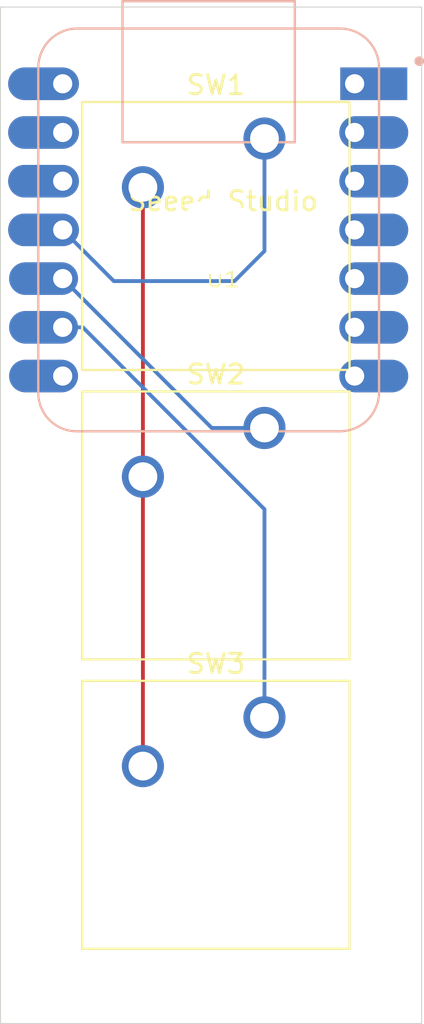
<source format=kicad_pcb>
(kicad_pcb (version 20241229) (generator "pcbnew") (generator_version "9.0")
  (layers (0 "F.Cu" signal) (2 "B.Cu" signal) (13 "F.Paste" user) (15 "B.Paste" user) (5 "F.SilkS" user "F.Silkscreen") (7 "B.SilkS" user "B.Silkscreen") (1 "F.Mask" user) (3 "B.Mask" user) (25 "Edge.Cuts" user))
  (net 0 "")
  (net 1 "Net-(U1-PA6_A10_D10_MOSI)")
  (net 2 "GND")
  (net 3 "Net-(U1-PA5_A9_D9_MISO)")
  (net 4 "Net-(U1-PA7_A8_D8_SCK)")
  (footprint "Button_Switch_Keyboard:SW_Cherry_MX_1.00u_PCB" (layer "F.Cu") (at 133.79 88.85747)
    (property "Reference" "SW1" (at -2.54 -2.794 0) (layer "F.SilkS"))
    (property "Value" "SW_Push")
    (fp_line (start -9.525 -1.905) (end 4.445 -1.905) (stroke (width 0.12)) (layer "F.SilkS"))
    (fp_line (start -9.525 12.065) (end -9.525 -1.905) (stroke (width 0.12)) (layer "F.SilkS"))
    (fp_line (start 4.445 -1.905) (end 4.445 12.065) (stroke (width 0.12)) (layer "F.SilkS"))
    (fp_line (start 4.445 12.065) (end -9.525 12.065) (stroke (width 0.12)) (layer "F.SilkS"))
    (pad "" np_thru_hole circle (at -7.62 5.08) (size 1.7 1.7) (drill 1.7) (layers "*.Cu" "*.Mask"))
    (pad "" np_thru_hole circle (at -2.54 5.08) (size 4 4) (drill 4) (layers "*.Cu" "*.Mask"))
    (pad "" np_thru_hole circle (at 2.54 5.08) (size 1.7 1.7) (drill 1.7) (layers "*.Cu" "*.Mask"))
    (pad "1" thru_hole circle (at 0 0) (size 2.2 2.2) (drill 1.5) (layers "*.Cu" "*.Mask") (net 1 "Net-(U1-PA6_A10_D10_MOSI)"))
    (pad "2" thru_hole circle (at -6.35 2.54) (size 2.2 2.2) (drill 1.5) (layers "*.Cu" "*.Mask") (net 2 "GND"))
  )
  (footprint "Button_Switch_Keyboard:SW_Cherry_MX_1.00u_PCB" (layer "F.Cu") (at 133.79 103.94747)
    (property "Reference" "SW2" (at -2.54 -2.794 0) (layer "F.SilkS"))
    (property "Value" "SW_Push")
    (fp_line (start -9.525 -1.905) (end 4.445 -1.905) (stroke (width 0.12)) (layer "F.SilkS"))
    (fp_line (start -9.525 12.065) (end -9.525 -1.905) (stroke (width 0.12)) (layer "F.SilkS"))
    (fp_line (start 4.445 -1.905) (end 4.445 12.065) (stroke (width 0.12)) (layer "F.SilkS"))
    (fp_line (start 4.445 12.065) (end -9.525 12.065) (stroke (width 0.12)) (layer "F.SilkS"))
    (pad "" np_thru_hole circle (at -7.62 5.08) (size 1.7 1.7) (drill 1.7) (layers "*.Cu" "*.Mask"))
    (pad "" np_thru_hole circle (at -2.54 5.08) (size 4 4) (drill 4) (layers "*.Cu" "*.Mask"))
    (pad "" np_thru_hole circle (at 2.54 5.08) (size 1.7 1.7) (drill 1.7) (layers "*.Cu" "*.Mask"))
    (pad "1" thru_hole circle (at 0 0) (size 2.2 2.2) (drill 1.5) (layers "*.Cu" "*.Mask") (net 3 "Net-(U1-PA5_A9_D9_MISO)"))
    (pad "2" thru_hole circle (at -6.35 2.54) (size 2.2 2.2) (drill 1.5) (layers "*.Cu" "*.Mask") (net 2 "GND"))
  )
  (footprint "Button_Switch_Keyboard:SW_Cherry_MX_1.00u_PCB" (layer "F.Cu") (at 133.79 119.03747)
    (property "Reference" "SW3" (at -2.54 -2.794 0) (layer "F.SilkS"))
    (property "Value" "SW_Push")
    (fp_line (start -9.525 -1.905) (end 4.445 -1.905) (stroke (width 0.12)) (layer "F.SilkS"))
    (fp_line (start -9.525 12.065) (end -9.525 -1.905) (stroke (width 0.12)) (layer "F.SilkS"))
    (fp_line (start 4.445 -1.905) (end 4.445 12.065) (stroke (width 0.12)) (layer "F.SilkS"))
    (fp_line (start 4.445 12.065) (end -9.525 12.065) (stroke (width 0.12)) (layer "F.SilkS"))
    (pad "" np_thru_hole circle (at -7.62 5.08) (size 1.7 1.7) (drill 1.7) (layers "*.Cu" "*.Mask"))
    (pad "" np_thru_hole circle (at -2.54 5.08) (size 4 4) (drill 4) (layers "*.Cu" "*.Mask"))
    (pad "" np_thru_hole circle (at 2.54 5.08) (size 1.7 1.7) (drill 1.7) (layers "*.Cu" "*.Mask"))
    (pad "1" thru_hole circle (at 0 0) (size 2.2 2.2) (drill 1.5) (layers "*.Cu" "*.Mask") (net 4 "Net-(U1-PA7_A8_D8_SCK)"))
    (pad "2" thru_hole circle (at -6.35 2.54) (size 2.2 2.2) (drill 1.5) (layers "*.Cu" "*.Mask") (net 2 "GND"))
  )
  (footprint "footprints:XIAO-Generic-Hybrid-14P-2.54-21X17.8MM" (layer "B.Cu") (at 130.875 93.62 180)
    (property "Reference" "U1" (at -0.75 -2.54 -0) (layer "F.SilkS") (effects (font (size 0.889 0.889) (thickness 0.1016))))
    (property "Value" "MOUDLE-SEEEDUINO-XIAO" (hide yes))
    (fp_line (start 8.9 -8.5) (end 8.9 8.5) (stroke (width 0.127)) (layer "B.SilkS"))
    (fp_line (start 6.9 10.49909) (end -6.9 10.49909) (stroke (width 0.127)) (layer "B.SilkS"))
    (fp_line (start 4.5 11.92403) (end 4.5 4.57073) (stroke (width 0.127)) (layer "B.SilkS"))
    (fp_line (start 4.5 4.57073) (end -4.5 4.57073) (stroke (width 0.127)) (layer "B.SilkS"))
    (fp_line (start -4.5 11.92403) (end 4.5 11.92403) (stroke (width 0.127)) (layer "B.SilkS"))
    (fp_line (start -4.5 4.57073) (end -4.5 11.92403) (stroke (width 0.127)) (layer "B.SilkS"))
    (fp_line (start -6.9 -10.5) (end 6.9 -10.5) (stroke (width 0.127)) (layer "B.SilkS"))
    (fp_line (start -8.9 8.5) (end -8.9 -8.5) (stroke (width 0.127)) (layer "B.SilkS"))
    (fp_arc (start 8.9 8.5) (mid 8.301492 9.901492) (end 6.9 10.5) (stroke (width 0.12)) (layer "B.SilkS"))
    (fp_arc (start 6.9 -10.5) (mid 8.314214 -9.914214) (end 8.9 -8.5) (stroke (width 0.12)) (layer "B.SilkS"))
    (fp_arc (start -6.9 10.5) (mid -8.301491 9.901491) (end -8.9 8.5) (stroke (width 0.12)) (layer "B.SilkS"))
    (fp_arc (start -8.9 -8.5) (mid -8.301423 -9.901423) (end -6.9 -10.5) (stroke (width 0.12)) (layer "B.SilkS"))
    (fp_circle (center -11 8.8) (end -11 9.054) (fill yes) (layer "B.SilkS"))
    (fp_poly (pts (xy -8.887715 8.561705) (xy -8.884667 8.610473) (xy -8.880603 8.659494)) (stroke (width 0.0254)) (fill no) (layer "B.SilkS"))
    (fp_poly (pts (xy 8.889492 -8.521574) (xy 8.887713 -8.57085) (xy 8.884665 -8.619618) (xy 8.880601 -8.668639) (xy 8.875268 -8.717407) (xy 8.868664 -8.766175) (xy 8.861044 -8.81469) (xy 8.852153 -8.86295) (xy 8.842248 -8.910955)) (stroke (width 0.0254)) (fill no) (layer "B.SilkS"))
    (fp_text user "XIAO" (at -0.75 -0.5 -0) (layer "F.SilkS"))
    (fp_text user "Seeed Studio" (at -0.75 1.5 -0) (layer "F.SilkS"))
    (pad "1" thru_hole rect (at -7.625 7.62 180) (size 3.5 1.7) (drill 1 (offset -1 0)) (layers "*.Cu" "*.Mask"))
    (pad "2" thru_hole oval (at -7.625 5.08 180) (size 3.6 1.7) (drill 1 (offset -1 0)) (layers "*.Cu" "*.Mask"))
    (pad "3" thru_hole oval (at -7.625 2.54 180) (size 3.6 1.7) (drill 1 (offset -1 0)) (layers "*.Cu" "*.Mask"))
    (pad "4" thru_hole oval (at -7.625 0 180) (size 3.6 1.7) (drill 1 (offset -1 0)) (layers "*.Cu" "*.Mask"))
    (pad "5" thru_hole oval (at -7.625 -2.54 180) (size 3.6 1.7) (drill 1 (offset -1 0)) (layers "*.Cu" "*.Mask"))
    (pad "6" thru_hole oval (at -7.625 -5.08) (size 3.6 1.7) (drill 1 (offset 1 0)) (layers "*.Cu" "*.Mask"))
    (pad "7" thru_hole oval (at -7.625 -7.62 180) (size 3.6 1.7) (drill 1 (offset -1 0)) (layers "*.Cu" "*.Mask"))
    (pad "8" thru_hole oval (at 7.625 -7.62 180) (size 3.6 1.7) (drill 1 (offset 1 0)) (layers "*.Cu" "*.Mask"))
    (pad "9" thru_hole oval (at 7.625 -5.08 180) (size 3.6 1.7) (drill 1 (offset 1 0)) (layers "*.Cu" "*.Mask") (net 4 "Net-(U1-PA7_A8_D8_SCK)"))
    (pad "10" thru_hole oval (at 7.625 -2.54 180) (size 3.6 1.7) (drill 1 (offset 1 0)) (layers "*.Cu" "*.Mask") (net 3 "Net-(U1-PA5_A9_D9_MISO)"))
    (pad "11" thru_hole oval (at 7.625 0 180) (size 3.7 1.7) (drill 1 (offset 1 0)) (layers "*.Cu" "*.Mask") (net 1 "Net-(U1-PA6_A10_D10_MOSI)"))
    (pad "12" thru_hole oval (at 7.625 2.54 180) (size 3.7 1.7) (drill 1 (offset 1 0)) (layers "*.Cu" "*.Mask"))
    (pad "13" thru_hole oval (at 7.625 5.08 180) (size 3.7 1.7) (drill 1 (offset 1 0)) (layers "*.Cu" "*.Mask") (net 2 "GND"))
    (pad "14" thru_hole oval (at 7.625 7.62 180) (size 3.7 1.7) (drill 1 (offset 1 0)) (layers "*.Cu" "*.Mask"))
  )
  (gr_rect (start 120 82) (end 142 135) (stroke (width 0.05)) (fill no) (layer "Edge.Cuts"))
  (segment (start 133.79 88.85747) (end 133.79 94.722286) (width 0.2) (layer "B.Cu") (net 1))
  (segment (start 125.91847 96.28847) (end 123.25 93.62) (width 0.2) (layer "B.Cu") (net 1))
  (segment (start 132.223816 96.28847) (end 125.91847 96.28847) (width 0.2) (layer "B.Cu") (net 1))
  (segment (start 133.79 94.722286) (end 132.223816 96.28847) (width 0.2) (layer "B.Cu") (net 1))
  (segment (start 127.39747 91.39747) (end 127.44 91.44) (width 0.2) (layer "F.Cu") (net 2))
  (segment (start 127.44 91.44) (end 127.44 106.48747) (width 0.2) (layer "F.Cu") (net 2))
  (segment (start 127.44 106.48747) (end 127.44 121.57747) (width 0.2) (layer "F.Cu") (net 2))
  (segment (start 127.44 91.39747) (end 127.39747 91.39747) (width 0.2) (layer "F.Cu") (net 2))
  (segment (start 123.25 96.16) (end 131.03747 103.94747) (width 0.2) (layer "B.Cu") (net 3))
  (segment (start 131.03747 103.94747) (end 133.79 103.94747) (width 0.2) (layer "B.Cu") (net 3))
  (segment (start 124.30406 98.7) (end 133.79 108.18594) (width 0.2) (layer "B.Cu") (net 4))
  (segment (start 123.25 98.7) (end 124.30406 98.7) (width 0.2) (layer "B.Cu") (net 4))
  (segment (start 133.79 108.18594) (end 133.79 119.03747) (width 0.2) (layer "B.Cu") (net 4))
)
</source>
